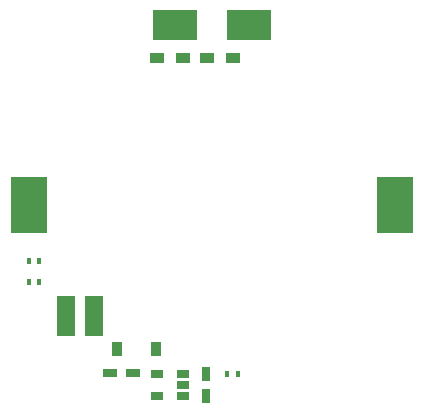
<source format=gbp>
G04 #@! TF.GenerationSoftware,KiCad,Pcbnew,no-vcs-found-7520~57~ubuntu16.04.1*
G04 #@! TF.CreationDate,2017-01-26T11:22:07+02:00*
G04 #@! TF.ProjectId,temperature_humidity,74656D70657261747572655F68756D69,rev?*
G04 #@! TF.FileFunction,Paste,Bot*
G04 #@! TF.FilePolarity,Positive*
%FSLAX46Y46*%
G04 Gerber Fmt 4.6, Leading zero omitted, Abs format (unit mm)*
G04 Created by KiCad (PCBNEW no-vcs-found-7520~57~ubuntu16.04.1) date Thu Jan 26 11:22:07 2017*
%MOMM*%
%LPD*%
G01*
G04 APERTURE LIST*
%ADD10C,0.100000*%
%ADD11R,3.149600X4.775200*%
%ADD12R,1.200000X0.750000*%
%ADD13R,3.750000X2.500000*%
%ADD14R,0.750000X1.200000*%
%ADD15R,0.900000X1.200000*%
%ADD16R,1.600000X3.400000*%
%ADD17R,1.060000X0.650000*%
%ADD18R,1.200000X0.900000*%
%ADD19R,0.400000X0.600000*%
G04 APERTURE END LIST*
D10*
D11*
X101346000Y-86868000D03*
X132384800Y-86868000D03*
D12*
X108270000Y-101092000D03*
X110170000Y-101092000D03*
D13*
X119965000Y-71628000D03*
X113715000Y-71628000D03*
D14*
X116332000Y-101158000D03*
X116332000Y-103058000D03*
D15*
X108840000Y-99060000D03*
X112140000Y-99060000D03*
D16*
X106864000Y-96266000D03*
X104464000Y-96266000D03*
D17*
X112184000Y-101158000D03*
X112184000Y-103058000D03*
X114384000Y-103058000D03*
X114384000Y-102108000D03*
X114384000Y-101158000D03*
D18*
X112184000Y-74422000D03*
X114384000Y-74422000D03*
X116418000Y-74422000D03*
X118618000Y-74422000D03*
D19*
X102250000Y-93400000D03*
X101350000Y-93400000D03*
X102250000Y-91600000D03*
X101350000Y-91600000D03*
X119050000Y-101200000D03*
X118150000Y-101200000D03*
M02*

</source>
